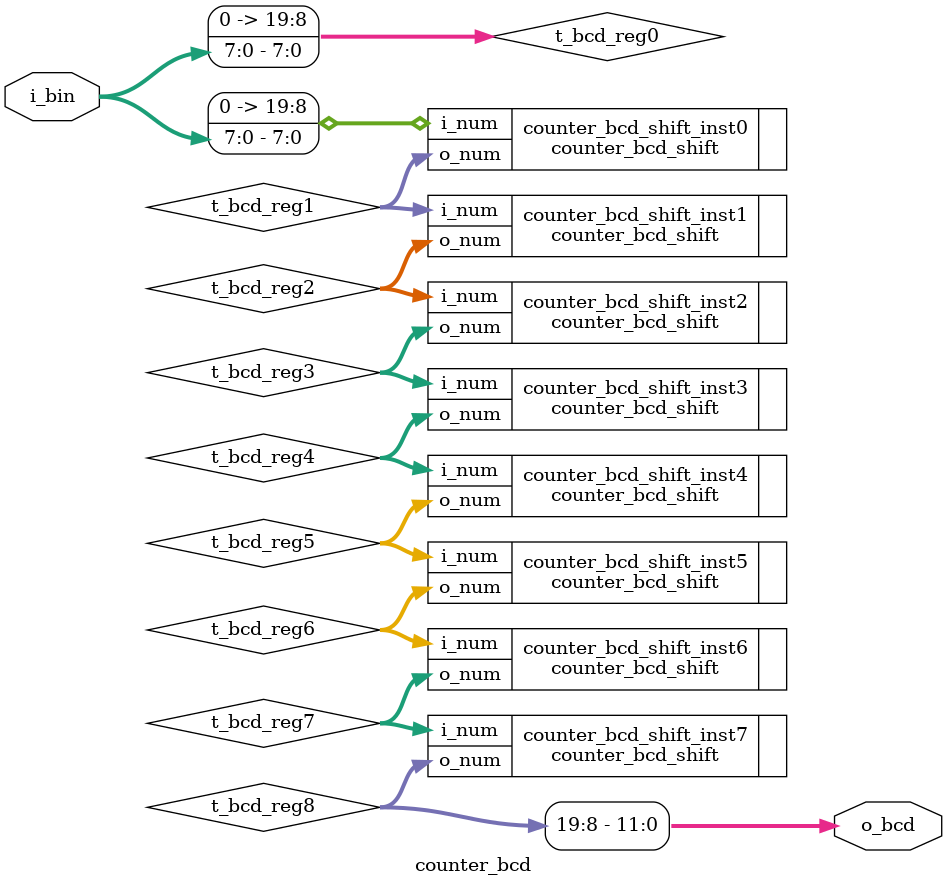
<source format=v>
module counter_bcd (
    input  wire [7:0]  i_bin,
    output wire [11:0] o_bcd
);

    wire [19:0] t_bcd_reg0;
    wire [19:0] t_bcd_reg1;
    wire [19:0] t_bcd_reg2;
    wire [19:0] t_bcd_reg3;
    wire [19:0] t_bcd_reg4;
    wire [19:0] t_bcd_reg5;
    wire [19:0] t_bcd_reg6;
    wire [19:0] t_bcd_reg7;
    wire [19:0] t_bcd_reg8;

    // 将输入的8位二进制转换成20位
    assign t_bcd_reg0 = { 12'b0000_0000_0000, i_bin };
    // 第1次移位
    counter_bcd_shift counter_bcd_shift_inst0(
        .i_num(t_bcd_reg0),
        .o_num(t_bcd_reg1));
    // 第2次移位
    counter_bcd_shift counter_bcd_shift_inst1(
        .i_num(t_bcd_reg1),
        .o_num(t_bcd_reg2));
    // 第3次移位
    counter_bcd_shift counter_bcd_shift_inst2(
        .i_num(t_bcd_reg2),
        .o_num(t_bcd_reg3));
    // 第4次移位
    counter_bcd_shift counter_bcd_shift_inst3(
        .i_num(t_bcd_reg3),
        .o_num(t_bcd_reg4));
    // 第5次移位
    counter_bcd_shift counter_bcd_shift_inst4(
        .i_num(t_bcd_reg4),
        .o_num(t_bcd_reg5));
    // 第6次移位
    counter_bcd_shift counter_bcd_shift_inst5(
        .i_num(t_bcd_reg5),
        .o_num(t_bcd_reg6));
    // 第7次移位
    counter_bcd_shift counter_bcd_shift_inst6(
        .i_num(t_bcd_reg6),
        .o_num(t_bcd_reg7));
    // 第8次移位
    counter_bcd_shift counter_bcd_shift_inst7(
        .i_num(t_bcd_reg7),
        .o_num(t_bcd_reg8));
    // 输出BCD
    assign o_bcd = { t_bcd_reg8[19:8] };

endmodule

</source>
